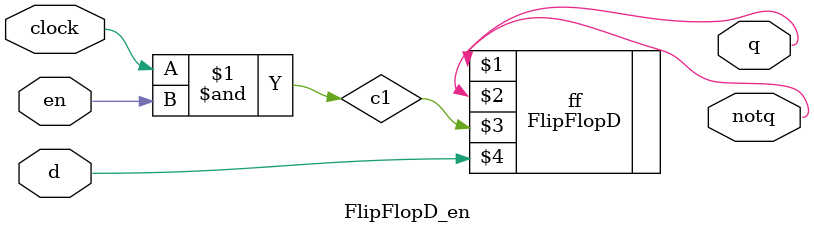
<source format=v>
module FlipFlopD_en(output q, output notq, input clock, input d, input en);
    wire c1;

    assign
        c1 = clock & en;

    FlipFlopD ff(q, notq, c1, d);
endmodule
</source>
